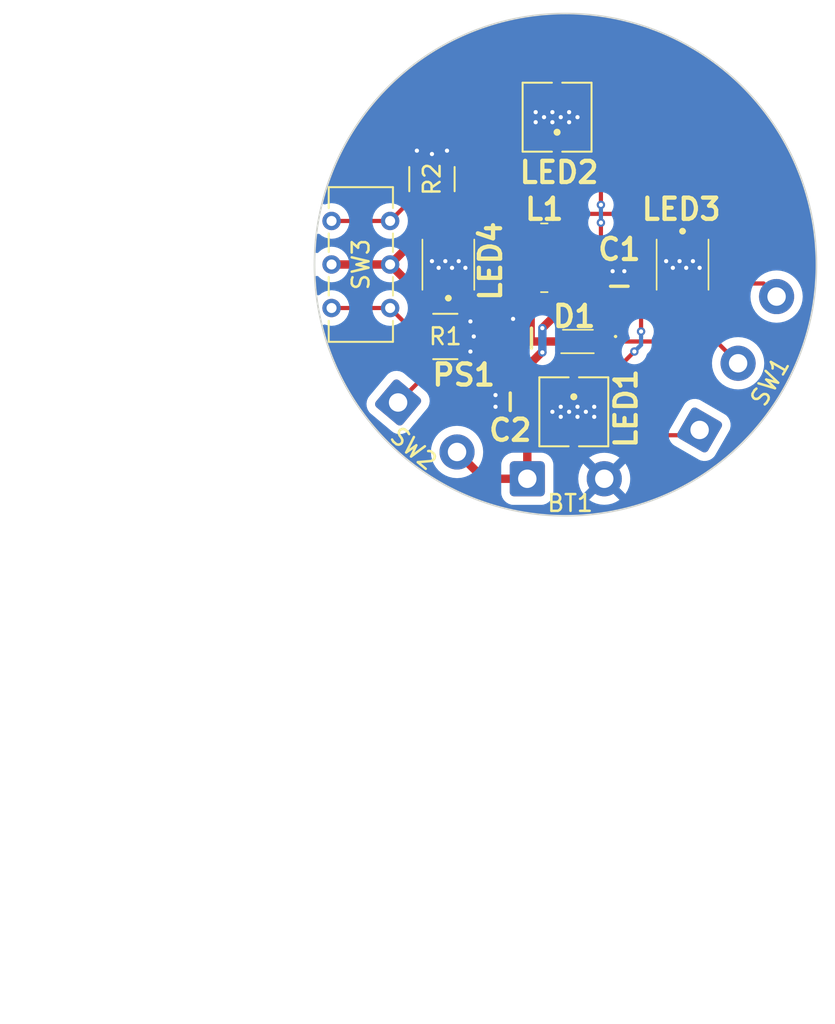
<source format=kicad_pcb>
(kicad_pcb (version 20240108) (generator "pcbnew") (generator_version "8.0")
  (title_block (title "UV/IR Flashlight") (date "2024-03-09") (rev "1.0"))
  (layers (0 "F.Cu" signal) (31 "B.Cu" signal) (34 "B.Paste" user) (35 "F.Paste" user) (36 "B.SilkS" user "B.Silkscreen") (37 "F.SilkS" user "F.Silkscreen") (38 "B.Mask" user) (39 "F.Mask" user) (44 "Edge.Cuts" user))
  (net 0 "")
  (net 1 "Net-(LED1-K)")
  (net 2 "Net-(LED3-K)")
  (net 3 "GND")
  (net 4 "Net-(D1-K)")
  (net 5 "Net-(LED1-A)")
  (net 6 "Net-(LED3-A)")
  (net 7 "Net-(SW3-A)")
  (net 8 "Net-(SW3-C)")
  (net 9 "/SW")
  (net 10 "/VIN")
  (net 11 "/FB")
  (net 12 "/CTRL")
  (footprint "Custom_Parts:IN-C39BTOU2_Landing_Pad" (layer "F.Cu") (at 115.38 73.6 90)
    (property "Reference" "LED1" (at 0.200001 3.120001 90) (layer "F.SilkS") (effects (font (size 1.27 1.27) (thickness 0.254))))
    (property "Value" "IN-C39BTO" (hide yes))
    (fp_line (start 2.06 -2.06) (end 2.06 -0.31) (stroke (width 0.12)) (layer "F.SilkS"))
    (fp_line (start -2.06 -2.06) (end 2.06 -2.06) (stroke (width 0.12)) (layer "F.SilkS"))
    (fp_line (start -2.06 -0.31) (end -2.06 -2.06) (stroke (width 0.12)) (layer "F.SilkS"))
    (fp_line (start -2.06 0.31) (end -2.06 2.06) (stroke (width 0.12)) (layer "F.SilkS"))
    (fp_line (start 2.06 2.06) (end 2.06 0.31) (stroke (width 0.12)) (layer "F.SilkS"))
    (fp_line (start -2.06 2.06) (end 2.06 2.06) (stroke (width 0.12)) (layer "F.SilkS"))
    (fp_circle (center 0.9 0) (end 1.05 0) (stroke (width 0.12)) (fill solid) (layer "F.SilkS"))
    (pad "1" smd roundrect (at 1.4 0 90) (size 0.5 3.3) (layers "F.Cu" "F.Mask") (net 1 "Net-(LED1-K)"))
    (pad "1" smd roundrect (at 1.78125 0 90) (size 0.5375 0.5) (layers "F.Cu" "F.Mask") (net 1 "Net-(LED1-K)"))
    (pad "2" smd roundrect (at -1.78125 0 90) (size 0.5375 0.5) (layers "F.Cu" "F.Mask") (net 5 "Net-(LED1-A)"))
    (pad "2" smd roundrect (at -1.4 0 90) (size 0.5 3.3) (layers "F.Cu" "F.Mask") (net 5 "Net-(LED1-A)"))
    (pad "3" smd roundrect (at 0 0 90) (size 1.3 3.3) (property pad_prop_heatsink) (layers "F.Cu" "F.Mask") (roundrect_rratio 0.1851853846) (net 3 "GND"))
  )
  (footprint "SamacSys_Parts:SFH 4715AS" (layer "F.Cu") (at 107.88 64.81 -90)
    (property "Reference" "LED4" (at -0.21 -2.52 90) (layer "F.SilkS") (effects (font (size 1.27 1.27) (thickness 0.254))))
    (property "Value" "SFH_4715AS" (hide yes))
    (fp_line (start -1.5 1.55) (end 1.5 1.55) (stroke (width 0.1)) (layer "F.SilkS"))
    (fp_line (start 2 0.1) (end 2 0.1) (stroke (width 0.2)) (layer "F.SilkS"))
    (fp_line (start 2 -0.1) (end 2 -0.1) (stroke (width 0.2)) (layer "F.SilkS"))
    (fp_line (start -1.5 -1.55) (end 1.5 -1.55) (stroke (width 0.1)) (layer "F.SilkS"))
    (fp_arc (start 2 0.1) (mid 1.9 0) (end 2 -0.1) (stroke (width 0.2)) (layer "F.SilkS"))
    (fp_arc (start 2 -0.1) (mid 2.1 0) (end 2 0.1) (stroke (width 0.2)) (layer "F.SilkS"))
    (pad "1" smd roundrect (at 1.125 0 270) (size 0.55 2.8) (layers "F.Cu" "F.Paste" "F.Mask") (net 11 "/FB"))
    (pad "2" smd roundrect (at -1.125 0 270) (size 0.55 2.8) (layers "F.Cu" "F.Paste" "F.Mask") (net 2 "Net-(LED3-K)"))
    (pad "3" smd roundrect (at 0 0 270) (size 1 2.8) (property pad_prop_heatsink) (layers "F.Cu" "F.Paste" "F.Mask") (net 3 "GND"))
  )
  (footprint "Custom_Parts:IN-C39BTOU2_Landing_Pad" (layer "F.Cu") (at 114.38 56 -90)
    (property "Reference" "LED2" (at 3.3 -0.12 180) (layer "F.SilkS") (effects (font (size 1.27 1.27) (thickness 0.254))))
    (property "Value" "IN-C39BTO" (hide yes))
    (fp_line (start -2.06 2.06) (end 2.06 2.06) (stroke (width 0.12)) (layer "F.SilkS"))
    (fp_line (start 2.06 2.06) (end 2.06 0.31) (stroke (width 0.12)) (layer "F.SilkS"))
    (fp_line (start -2.06 0.31) (end -2.06 2.06) (stroke (width 0.12)) (layer "F.SilkS"))
    (fp_line (start -2.06 -0.31) (end -2.06 -2.06) (stroke (width 0.12)) (layer "F.SilkS"))
    (fp_line (start -2.06 -2.06) (end 2.06 -2.06) (stroke (width 0.12)) (layer "F.SilkS"))
    (fp_line (start 2.06 -2.06) (end 2.06 -0.31) (stroke (width 0.12)) (layer "F.SilkS"))
    (fp_circle (center 0.9 0) (end 1.05 0) (stroke (width 0.12)) (fill solid) (layer "F.SilkS"))
    (pad "1" smd roundrect (at 1.4 0 270) (size 0.5 3.3) (layers "F.Cu" "F.Mask") (net 11 "/FB"))
    (pad "1" smd roundrect (at 1.78125 0 270) (size 0.5375 0.5) (layers "F.Cu" "F.Mask") (net 11 "/FB"))
    (pad "2" smd roundrect (at -1.78125 0 270) (size 0.5375 0.5) (layers "F.Cu" "F.Mask") (net 1 "Net-(LED1-K)"))
    (pad "2" smd roundrect (at -1.4 0 270) (size 0.5 3.3) (layers "F.Cu" "F.Mask") (net 1 "Net-(LED1-K)"))
    (pad "3" smd roundrect (at 0 0 270) (size 1.3 3.3) (property pad_prop_heatsink) (layers "F.Cu" "F.Mask") (roundrect_rratio 0.1851853846) (net 3 "GND"))
  )
  (footprint "SamacSys_Parts:CAPC2012X140N" (layer "F.Cu") (at 118.1 66.1 90)
    (property "Reference" "C1" (at 2.2 0 360) (layer "F.SilkS") (effects (font (size 1.27 1.27) (thickness 0.254))))
    (property "Value" "4.7u" (hide yes))
    (fp_line (start 0 -0.525) (end 0 0.525) (stroke (width 0.2)) (layer "F.SilkS"))
    (pad "1" smd rect (at -0.82 0 90) (size 0.94 1.43) (layers "F.Cu" "F.Paste" "F.Mask") (net 4 "Net-(D1-K)"))
    (pad "2" smd rect (at 0.82 0 90) (size 0.94 1.43) (layers "F.Cu" "F.Paste" "F.Mask") (net 3 "GND"))
  )
  (footprint "SamacSys_Parts:74438357082" (layer "F.Cu") (at 113.615 64.4 180)
    (property "Reference" "L1" (at 0 2.9 180) (layer "F.SilkS") (effects (font (size 1.27 1.27) (thickness 0.254))))
    (property "Value" "8.2u" (hide yes))
    (fp_line (start -0.2 2.05) (end 0.2 2.05) (stroke (width 0.1)) (layer "F.SilkS"))
    (fp_line (start -0.2 -2.05) (end 0.2 -2.05) (stroke (width 0.1)) (layer "F.SilkS"))
    (pad "1" smd rect (at -1.185 0 180) (size 0.98 3.7) (layers "F.Cu" "F.Paste" "F.Mask") (net 10 "/VIN"))
    (pad "2" smd rect (at 1.185 0 180) (size 0.98 3.7) (layers "F.Cu" "F.Paste" "F.Mask") (net 9 "/SW"))
  )
  (footprint "SamacSys_Parts:SOT65P210X110-5N" (layer "F.Cu") (at 111.75 70.15 -90)
    (property "Reference" "PS1" (at 1.25 2.95 0) (layer "F.SilkS") (effects (font (size 1.27 1.27) (thickness 0.254))))
    (property "Value" "TPS61169DCKR" (hide yes))
    (fp_line (start -1.55 -1.1) (end -0.35 -1.1) (stroke (width 0.2)) (layer "F.SilkS"))
    (pad "1" smd rect (at -0.95 -0.65) (size 0.4 1.2) (layers "F.Cu" "F.Paste" "F.Mask") (net 9 "/SW"))
    (pad "2" smd rect (at -0.95 0) (size 0.4 1.2) (layers "F.Cu" "F.Paste" "F.Mask") (net 3 "GND"))
    (pad "3" smd rect (at -0.95 0.65) (size 0.4 1.2) (layers "F.Cu" "F.Paste" "F.Mask") (net 11 "/FB"))
    (pad "4" smd rect (at 0.95 0.65) (size 0.4 1.2) (layers "F.Cu" "F.Paste" "F.Mask") (net 12 "/CTRL"))
    (pad "5" smd rect (at 0.95 -0.65) (size 0.4 1.2) (layers "F.Cu" "F.Paste" "F.Mask") (net 10 "/VIN"))
  )
  (footprint "Custom_Parts:DPDT Switch" (layer "F.Cu") (at 102.650001 64.8 90)
    (property "Reference" "SW3" (at 0 0 90) (layer "F.SilkS"))
    (property "Value" "SW_SPDT")
    (fp_line (start 4.62 -1.92) (end 4.62 1.92) (stroke (width 0.12)) (layer "F.SilkS"))
    (fp_line (start 3.37 -1.92) (end 4.62 -1.92) (stroke (width 0.12)) (layer "F.SilkS"))
    (fp_line (start 1.85 -1.92) (end 0.75 -1.92) (stroke (width 0.12)) (layer "F.SilkS"))
    (fp_line (start -0.75 -1.92) (end -1.85 -1.92) (stroke (width 0.12)) (layer "F.SilkS"))
    (fp_line (start -4.62 -1.92) (end -3.37 -1.92) (stroke (width 0.12)) (layer "F.SilkS"))
    (fp_line (start -4.62 -1.92) (end -4.62 1.92) (stroke (width 0.12)) (layer "F.SilkS"))
    (fp_line (start 4.62 1.92) (end 3.37 1.92) (stroke (width 0.12)) (layer "F.SilkS"))
    (fp_line (start 1.85 1.92) (end 0.75 1.92) (stroke (width 0.12)) (layer "F.SilkS"))
    (fp_line (start -0.75 1.92) (end -1.85 1.92) (stroke (width 0.12)) (layer "F.SilkS"))
    (fp_line (start -4.62 1.92) (end -3.37 1.92) (stroke (width 0.12)) (layer "F.SilkS"))
    (pad "1" thru_hole circle (at -2.6 -1.75 90) (size 1.1 1.1) (drill 0.6) (layers "*.Cu" "*.Mask") (net 7 "Net-(SW3-A)"))
    (pad "1" thru_hole circle (at -2.6 1.75 90) (size 1.1 1.1) (drill 0.6) (layers "*.Cu" "F.Mask") (net 7 "Net-(SW3-A)"))
    (pad "2" thru_hole circle (at 0 -1.75 90) (size 1.1 1.1) (drill 0.6) (layers "*.Cu" "*.Mask") (net 11 "/FB"))
    (pad "2" thru_hole circle (at 0 1.75 90) (size 1.1 1.1) (drill 0.6) (layers "*.Cu" "F.Mask") (net 11 "/FB"))
    (pad "3" thru_hole circle (at 2.6 -1.75 90) (size 1.1 1.1) (drill 0.6) (layers "*.Cu" "*.Mask") (net 8 "Net-(SW3-C)"))
    (pad "3" thru_hole circle (at 2.6 1.75 90) (size 1.1 1.1) (drill 0.6) (layers "*.Cu" "F.Mask") (net 8 "Net-(SW3-C)"))
  )
  (footprint "Connector_Wire:SolderWire-0.5sqmm_1x02_P4.6mm_D0.9mm_OD2.1mm" (layer "F.Cu") (at 112.6 77.6)
    (property "Reference" "BT1" (at 2.56 1.46 360) (layer "F.SilkS"))
    (property "Value" "Battery_Cell 2.7-4.3V")
    (pad "1" thru_hole roundrect (at 0 0) (size 2.1 2.1) (drill 1.1) (layers "*.Cu" "*.Mask") (roundrect_rratio 0.1190480952) (net 10 "/VIN"))
    (pad "2" thru_hole circle (at 4.6 0) (size 2.1 2.1) (drill 1.1) (layers "*.Cu" "*.Mask") (net 3 "GND"))
  )
  (footprint "Connector_Wire:SolderWire-0.5sqmm_1x02_P4.6mm_D0.9mm_OD2.1mm" (layer "F.Cu") (at 104.876196 73.043177 -40)
    (property "Reference" "SW2" (at 2.479727 1.518039 140) (layer "F.SilkS"))
    (property "Value" "SW_Push")
    (pad "1" thru_hole roundrect (at 0 0 320) (size 2.1 2.1) (drill 1.1) (layers "*.Cu" "*.Mask") (roundrect_rratio 0.1190480952) (net 12 "/CTRL"))
    (pad "2" thru_hole circle (at 4.6 0 320) (size 2.1 2.1) (drill 1.1) (layers "*.Cu" "*.Mask") (net 10 "/VIN"))
  )
  (footprint "Resistor_SMD:R_1210_3225Metric_Pad1.30x2.65mm_HandSolder" (layer "F.Cu") (at 106.9 59.7 90)
    (property "Reference" "R2" (at 0 0 270) (layer "F.SilkS"))
    (property "Value" "390m")
    (fp_line (start -0.723737 -1.355) (end 0.723737 -1.355) (stroke (width 0.12)) (layer "F.SilkS"))
    (fp_line (start -0.723737 1.355) (end 0.723737 1.355) (stroke (width 0.12)) (layer "F.SilkS"))
    (pad "1" smd roundrect (at -1.55 0 90) (size 1.3 2.65) (layers "F.Cu" "F.Paste" "F.Mask") (roundrect_rratio 0.1923076923) (net 8 "Net-(SW3-C)"))
    (pad "2" smd roundrect (at 1.55 0 90) (size 1.3 2.65) (layers "F.Cu" "F.Paste" "F.Mask") (roundrect_rratio 0.1923076923) (net 3 "GND"))
  )
  (footprint "SamacSys_Parts:CUHS20S40H3F" (layer "F.Cu") (at 115.625 69.4 180)
    (property "Reference" "D1" (at 0.225 1.5 180) (layer "F.SilkS") (effects (font (size 1.27 1.27) (thickness 0.254))))
    (property "Value" "CUHS20S30,H3F" (hide yes))
    (fp_line (start -0.9 0.7) (end 0.9 0.7) (stroke (width 0.1)) (layer "F.SilkS"))
    (fp_line (start -0.95 -0.7) (end 1 -0.7) (stroke (width 0.1)) (layer "F.SilkS"))
    (fp_line (start -2.2 0.3) (end -2.2 0.3) (stroke (width 0.1)) (layer "F.SilkS"))
    (fp_line (start -2.3 0.3) (end -2.3 0.3) (stroke (width 0.1)) (layer "F.SilkS"))
    (fp_arc (start -2.2 0.3) (mid -2.25 0.35) (end -2.3 0.3) (stroke (width 0.1)) (layer "F.SilkS"))
    (fp_arc (start -2.3 0.3) (mid -2.25 0.25) (end -2.2 0.3) (stroke (width 0.1)) (layer "F.SilkS"))
    (pad "1" smd rect (at -0.95 0 270) (size 1.1 2) (layers "F.Cu" "F.Paste" "F.Mask") (net 4 "Net-(D1-K)"))
    (pad "2" smd rect (at 0.95 0 180) (size 0.8 1.1) (layers "F.Cu" "F.Paste" "F.Mask") (net 9 "/SW"))
  )
  (footprint "Connector_Wire:SolderWire-0.5sqmm_1x03_P4.6mm_D0.9mm_OD2.1mm" (layer "F.Cu") (at 122.9 74.683716 60)
    (property "Reference" "SW1" (at 4.599998 2.200001 60) (layer "F.SilkS"))
    (property "Value" "SW_SPDT")
    (pad "1" thru_hole roundrect (at 0 0 60) (size 2.1 2.1) (drill 1.1) (layers "*.Cu" "*.Mask") (roundrect_rratio 0.1190480952) (net 5 "Net-(LED1-A)"))
    (pad "2" thru_hole circle (at 4.6 0 60) (size 2.1 2.1) (drill 1.1) (layers "*.Cu" "*.Mask") (net 4 "Net-(D1-K)"))
    (pad "3" thru_hole circle (at 9.2 0 60) (size 2.1 2.1) (drill 1.1) (layers "*.Cu" "*.Mask") (net 6 "Net-(LED3-A)"))
  )
  (footprint "SamacSys_Parts:CAPC2012X140N" (layer "F.Cu") (at 111.58 73 180)
    (property "Reference" "C2" (at 0 -1.7 180) (layer "F.SilkS") (effects (font (size 1.27 1.27) (thickness 0.254))))
    (property "Value" "4.7u" (hide yes))
    (fp_line (start 0 -0.525) (end 0 0.525) (stroke (width 0.2)) (layer "F.SilkS"))
    (pad "1" smd rect (at -0.82 0 180) (size 0.94 1.43) (layers "F.Cu" "F.Paste" "F.Mask") (net 10 "/VIN"))
    (pad "2" smd rect (at 0.82 0 180) (size 0.94 1.43) (layers "F.Cu" "F.Paste" "F.Mask") (net 3 "GND"))
  )
  (footprint "Resistor_SMD:R_1210_3225Metric_Pad1.30x2.65mm_HandSolder" (layer "F.Cu") (at 107.7 69.1)
    (property "Reference" "R1" (at 0 0 360) (layer "F.SilkS"))
    (property "Value" "205m")
    (fp_line (start -0.723737 -1.355) (end 0.723737 -1.355) (stroke (width 0.12)) (layer "F.SilkS"))
    (fp_line (start -0.723737 1.355) (end 0.723737 1.355) (stroke (width 0.12)) (layer "F.SilkS"))
    (pad "1" smd roundrect (at -1.55 0) (size 1.3 2.65) (layers "F.Cu" "F.Paste" "F.Mask") (roundrect_rratio 0.1923076923) (net 7 "Net-(SW3-A)"))
    (pad "2" smd roundrect (at 1.55 0) (size 1.3 2.65) (layers "F.Cu" "F.Paste" "F.Mask") (roundrect_rratio 0.1923076923) (net 3 "GND"))
  )
  (footprint "SamacSys_Parts:SFH 4715AS" (layer "F.Cu") (at 121.88 64.81 90)
    (property "Reference" "LED3" (at 3.31 -0.08 0) (layer "F.SilkS") (effects (font (size 1.27 1.27) (thickness 0.254))))
    (property "Value" "SFH_4715AS" (hide yes))
    (fp_line (start -1.5 -1.55) (end 1.5 -1.55) (stroke (width 0.1)) (layer "F.SilkS"))
    (fp_line (start 2 -0.1) (end 2 -0.1) (stroke (width 0.2)) (layer "F.SilkS"))
    (fp_line (start 2 0.1) (end 2 0.1) (stroke (width 0.2)) (layer "F.SilkS"))
    (fp_line (start -1.5 1.55) (end 1.5 1.55) (stroke (width 0.1)) (layer "F.SilkS"))
    (fp_arc (start 2 -0.1) (mid 2.1 0) (end 2 0.1) (stroke (width 0.2)) (layer "F.SilkS"))
    (fp_arc (start 2 0.1) (mid 1.9 0) (end 2 -0.1) (stroke (width 0.2)) (layer "F.SilkS"))
    (pad "1" smd roundrect (at 1.125 0 90) (size 0.55 2.8) (layers "F.Cu" "F.Paste" "F.Mask") (net 2 "Net-(LED3-K)"))
    (pad "2" smd roundrect (at -1.125 0 90) (size 0.55 2.8) (layers "F.Cu" "F.Paste" "F.Mask") (net 6 "Net-(LED3-A)"))
    (pad "3" smd roundrect (at 0 0 90) (size 1 2.8) (property pad_prop_heatsink) (layers "F.Cu" "F.Paste" "F.Mask") (net 3 "GND"))
  )
  (gr_circle (center 114.88 64.81) (end 129.88 64.81) (stroke (width 0.1)) (fill none) (layer "Edge.Cuts"))
  (segment (start 116.8 72.2) (end 115.38 72.2) (width 0.25) (layer "F.Cu") (net 1))
  (segment (start 119 70) (end 116.8 72.2) (width 0.25) (layer "F.Cu") (net 1))
  (segment (start 117 65.8) (end 117 62.3) (width 0.25) (layer "F.Cu") (net 1))
  (segment (start 114.38 54.6) (end 116.029999 54.6) (width 0.25) (layer "F.Cu") (net 1))
  (segment (start 117.375 66.175) (end 117 65.8) (width 0.25) (layer "F.Cu") (net 1))
  (segment (start 119.09 66.175) (end 117.375 66.175) (width 0.25) (layer "F.Cu") (net 1))
  (segment (start 119.4 66.485) (end 119.09 66.175) (width 0.25) (layer "F.Cu") (net 1))
  (segment (start 119.4 68.8) (end 119.4 66.485) (width 0.25) (layer "F.Cu") (net 1))
  (segment (start 117 55.570001) (end 117 61.235686) (width 0.25) (layer "F.Cu") (net 1))
  (segment (start 116.029999 54.6) (end 117 55.570001) (width 0.25) (layer "F.Cu") (net 1))
  (via (at 117 62.3) (size 0.5) (drill 0.25) (layers "F.Cu" "B.Cu") (net 1))
  (via (at 119 70) (size 0.5) (drill 0.25) (layers "F.Cu" "B.Cu") (net 1))
  (via (at 119.4 68.8) (size 0.5) (drill 0.25) (layers "F.Cu" "B.Cu") (net 1))
  (via (at 117 61.235686) (size 0.5) (drill 0.25) (layers "F.Cu" "B.Cu") (net 1))
  (segment (start 119.4 69.6) (end 119 70) (width 0.25) (layer "B.Cu") (net 1))
  (segment (start 117 61.235686) (end 117 62.3) (width 0.25) (layer "B.Cu") (net 1))
  (segment (start 119.4 68.8) (end 119.4 69.6) (width 0.25) (layer "B.Cu") (net 1))
  (segment (start 121.88 63.685) (end 119.97 61.775) (width 0.25) (layer "F.Cu") (net 2))
  (segment (start 109.79 61.775) (end 107.88 63.685) (width 0.25) (layer "F.Cu") (net 2))
  (segment (start 119.97 61.775) (end 109.79 61.775) (width 0.25) (layer "F.Cu") (net 2))
  (segment (start 111.75 68.05) (end 111.75 69.2) (width 0.5) (layer "F.Cu") (net 3))
  (via (at 107.8 58) (size 0.5) (drill 0.25) (layers "F.Cu" "B.Cu") (net 3))
  (via (at 122.5 64.6) (size 0.5) (drill 0.25) (layers "F.Cu" "B.Cu") (net 3))
  (via (at 114.6 73.3) (size 0.5) (drill 0.25) (layers "F.Cu" "B.Cu") (net 3))
  (via (at 109.2 68.2) (size 0.5) (drill 0.25) (layers "F.Cu" "B.Cu") (net 3))
  (via (at 122.9 65) (size 0.5) (drill 0.25) (layers "F.Cu" "B.Cu") (net 3))
  (via (at 110.7 72.6) (size 0.5) (drill 0.25) (layers "F.Cu" "B.Cu") (net 3))
  (via (at 106.9 58.2) (size 0.5) (drill 0.25) (layers "F.Cu" "B.Cu") (net 3))
  (via (at 115.6 73.3) (size 0.5) (drill 0.25) (layers "F.Cu" "B.Cu") (net 3))
  (via (at 109.4 69.1) (size 0.5) (drill 0.25) (layers "F.Cu" "B.Cu") (net 3))
  (via (at 109.2 70) (size 0.5) (drill 0.25) (layers "F.Cu" "B.Cu") (net 3))
  (via (at 122.1 65) (size 0.5) (drill 0.25) (layers "F.Cu" "B.Cu") (net 3))
  (via (at 113.1 56.3) (size 0.5) (drill 0.25) (layers "F.Cu" "B.Cu") (net 3))
  (via (at 114.1 55.7) (size 0.5) (drill 0.25) (layers "F.Cu" "B.Cu") (net 3))
  (via (at 114.6 56) (size 0.5) (drill 0.25) (layers "F.Cu" "B.Cu") (net 3))
  (via (at 106 58) (size 0.5) (drill 0.25) (layers "F.Cu" "B.Cu") (net 3))
  (via (at 110.7 73.3) (size 0.5) (drill 0.25) (layers "F.Cu" "B.Cu") (net 3))
  (via (at 121.7 64.6) (size 0.5) (drill 0.25) (layers "F.Cu" "B.Cu") (net 3))
  (via (at 113.1 55.7) (size 0.5) (drill 0.25) (layers "F.Cu" "B.Cu") (net 3))
  (via (at 115.1 55.7) (size 0.5) (drill 0.25) (layers "F.Cu" "B.Cu") (net 3))
  (via (at 107.3 65) (size 0.5) (drill 0.25) (layers "F.Cu" "B.Cu") (net 3))
  (via (at 106.9 64.6) (size 0.5) (drill 0.25) (layers "F.Cu" "B.Cu") (net 3))
  (via (at 118.4 65.2) (size 0.5) (drill 0.25) (layers "F.Cu" "B.Cu") (net 3))
  (via (at 116.6 73.9) (size 0.5) (drill 0.25) (layers "F.Cu" "B.Cu") (net 3))
  (via (at 115.1 73.6) (size 0.5) (drill 0.25) (layers "F.Cu" "B.Cu") (net 3))
  (via (at 117.7 65.2) (size 0.5) (drill 0.25) (layers "F.Cu" "B.Cu") (net 3))
  (via (at 108.5 64.6) (size 0.5) (drill 0.25) (layers "F.Cu" "B.Cu") (net 3))
  (via (at 120.9 64.6) (size 0.5) (drill 0.25) (layers "F.Cu" "B.Cu") (net 3))
  (via (at 115.6 73.9) (size 0.5) (drill 0.25) (layers "F.Cu" "B.Cu") (net 3))
  (via (at 116.6 73.3) (size 0.5) (drill 0.25) (layers "F.Cu" "B.Cu") (net 3))
  (via (at 115.6 56) (size 0.5) (drill 0.25) (layers "F.Cu" "B.Cu") (net 3))
  (via (at 114.1 73.6) (size 0.5) (drill 0.25) (layers "F.Cu" "B.Cu") (net 3))
  (via (at 108.9 65) (size 0.5) (drill 0.25) (layers "F.Cu" "B.Cu") (net 3))
  (via (at 113.6 56) (size 0.5) (drill 0.25) (layers "F.Cu" "B.Cu") (net 3))
  (via (at 107.7 64.6) (size 0.5) (drill 0.25) (layers "F.Cu" "B.Cu") (net 3))
  (via (at 116.1 73.6) (size 0.5) (drill 0.25) (layers "F.Cu" "B.Cu") (net 3))
  (via (at 114.1 56.3) (size 0.5) (drill 0.25) (layers "F.Cu" "B.Cu") (net 3))
  (via (at 121.3 65) (size 0.5) (drill 0.25) (layers "F.Cu" "B.Cu") (net 3))
  (via (at 115.1 56.3) (size 0.5) (drill 0.25) (layers "F.Cu" "B.Cu") (net 3))
  (via (at 114.6 73.9) (size 0.5) (drill 0.25) (layers "F.Cu" "B.Cu") (net 3))
  (via (at 108.1 65) (size 0.5) (drill 0.25) (layers "F.Cu" "B.Cu") (net 3))
  (via (at 111.75 68.05) (size 0.5) (drill 0.25) (layers "F.Cu" "B.Cu") (net 3))
  (segment (start 118.1 67.875) (end 116.575 69.4) (width 0.25) (layer "F.Cu") (net 4))
  (segment (start 125.2 70.699999) (end 123.860001 69.36) (width 0.25) (layer "F.Cu") (net 4))
  (segment (start 118.1 66.92) (end 118.1 67.875) (width 0.25) (layer "F.Cu") (net 4))
  (segment (start 123.860001 69.36) (end 120.5 69.36) (width 0.25) (layer "F.Cu") (net 4))
  (segment (start 120.46 69.4) (end 120.5 69.36) (width 0.25) (layer "F.Cu") (net 4))
  (segment (start 116.575 69.4) (end 120.46 69.4) (width 0.25) (layer "F.Cu") (net 4))
  (segment (start 122.9 74.683716) (end 122.583716 75) (width 0.25) (layer "F.Cu") (net 5))
  (segment (start 122.583716 75) (end 115.38 75) (width 0.25) (layer "F.Cu") (net 5))
  (segment (start 126.718718 65.935) (end 127.5 66.716282) (width 0.25) (layer "F.Cu") (net 6))
  (segment (start 121.88 65.935) (end 126.718718 65.935) (width 0.25) (layer "F.Cu") (net 6))
  (segment (start 100.900002 67.4) (end 104.4 67.4) (width 0.25) (layer "F.Cu") (net 7))
  (segment (start 106.1 69.1) (end 104.4 67.4) (width 0.25) (layer "F.Cu") (net 7))
  (segment (start 106.15 69.1) (end 106.1 69.1) (width 0.25) (layer "F.Cu") (net 7))
  (segment (start 106.9 61.25) (end 105.35 61.25) (width 0.25) (layer "F.Cu") (net 8))
  (segment (start 100.900002 62.2) (end 104.4 62.2) (width 0.25) (layer "F.Cu") (net 8))
  (segment (start 105.35 61.25) (end 104.4 62.2) (width 0.25) (layer "F.Cu") (net 8))
  (segment (start 114.675 69.4) (end 112.8 69.4) (width 0.5) (layer "F.Cu") (net 9))
  (segment (start 112.8 64.77) (end 112.8 69.4) (width 0.5) (layer "F.Cu") (net 9))
  (segment (start 112.43 64.4) (end 112.8 64.77) (width 0.5) (layer "F.Cu") (net 9))
  (segment (start 112.4 69.2) (end 112.4 64.43) (width 0.5) (layer "F.Cu") (net 9))
  (segment (start 112.8 69.4) (end 112.6 69.4) (width 0.5) (layer "F.Cu") (net 9))
  (segment (start 112.4 64.43) (end 112.43 64.4) (width 0.5) (layer "F.Cu") (net 9))
  (segment (start 114.8 67.3) (end 113.5 68.6) (width 0.5) (layer "F.Cu") (net 10))
  (segment (start 112.6 77.6) (end 112.6 73.2) (width 0.5) (layer "F.Cu") (net 10))
  (segment (start 114.8 64.4) (end 114.8 67.3) (width 0.5) (layer "F.Cu") (net 10))
  (segment (start 112.6 77.6) (end 110 77.6) (width 0.5) (layer "F.Cu") (net 10))
  (segment (start 113.45 70.05) (end 112.4 71.1) (width 0.5) (layer "F.Cu") (net 10))
  (segment (start 112.4 73) (end 112.4 71.1) (width 0.5) (layer "F.Cu") (net 10))
  (segment (start 112.6 73.2) (end 112.4 73) (width 0.5) (layer "F.Cu") (net 10))
  (segment (start 110 77.6) (end 108.4 76) (width 0.5) (layer "F.Cu") (net 10))
  (segment (start 113.5 70.05) (end 113.45 70.05) (width 0.5) (layer "F.Cu") (net 10))
  (via (at 113.5 68.6) (size 0.5) (drill 0.25) (layers "F.Cu" "B.Cu") (net 10))
  (via (at 113.5 70.05) (size 0.5) (drill 0.25) (layers "F.Cu" "B.Cu") (net 10))
  (segment (start 113.5 68.6) (end 113.5 70.05) (width 0.5) (layer "B.Cu") (net 10))
  (segment (start 113.3 57.4) (end 114.38 57.4) (width 0.5) (layer "F.Cu") (net 11))
  (segment (start 105.535001 65.935) (end 104.400001 64.8) (width 0.5) (layer "F.Cu") (net 11))
  (segment (start 107.88 65.935) (end 105.535001 65.935) (width 0.5) (layer "F.Cu") (net 11))
  (segment (start 104.400001 64.8) (end 100.900001 64.8) (width 0.5) (layer "F.Cu") (net 11))
  (segment (start 108 62.7) (end 113.3 57.4) (width 0.5) (layer "F.Cu") (net 11))
  (segment (start 111.1 68.319239) (end 111.1 69.2) (width 0.5) (layer "F.Cu") (net 11))
  (segment (start 108.715761 65.935) (end 111.1 68.319239) (width 0.5) (layer "F.Cu") (net 11))
  (segment (start 107.88 65.935) (end 108.715761 65.935) (width 0.5) (layer "F.Cu") (net 11))
  (segment (start 104.400001 64.8) (end 106.500001 62.7) (width 0.5) (layer "F.Cu") (net 11))
  (segment (start 106.500001 62.7) (end 108 62.7) (width 0.5) (layer "F.Cu") (net 11))
  (segment (start 106.819373 71.1) (end 104.876196 73.043177) (width 0.25) (layer "F.Cu") (net 12))
  (segment (start 111.1 71.1) (end 106.819373 71.1) (width 0.25) (layer "F.Cu") (net 12))
  (zone (net 3) (net_name "GND") (layer "B.Cu") (connect_pads (clearance 0.508)) (min_thickness 0.25) (fill yes (thermal_gap 0.5) (thermal_bridge_width 0.5) (smoothing chamfer) (radius 15))
    (polygon (pts (xy 131 81) (xy 131 49) (xy 99 49) (xy 99 81)))
  )
)
</source>
